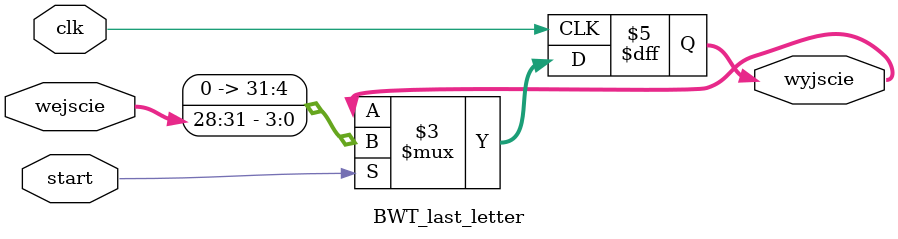
<source format=v>
`timescale 1ns / 1ps


module BWT_step #(parameter integer moved = 0, parameter integer dl_wyraz = 32, parameter integer szer_litery = 4)
                 (input clk, input start, input [0:dl_wyraz-1] wejscie, output reg [0:dl_wyraz-1] wyjscie);

  always @(posedge clk) begin
    if (start == 1'b1) begin
      wyjscie <= {wejscie[dl_wyraz - szer_litery * moved : dl_wyraz - 1],
                  wejscie[0 : dl_wyraz - szer_litery * moved - 1]};
    end
  end
endmodule

module BWT_last_letter #(parameter integer moved = 0, parameter integer dl_wyraz = 32, parameter integer szer_litery = 4)
                       (input clk, input start, input [0:dl_wyraz-1] wejscie, output reg [0:dl_wyraz-1] wyjscie);

  always @(posedge clk) begin
    if (start == 1'b1) begin
      wyjscie <= wejscie[dl_wyraz - szer_litery : dl_wyraz - 1];
    end
  end
endmodule

</source>
